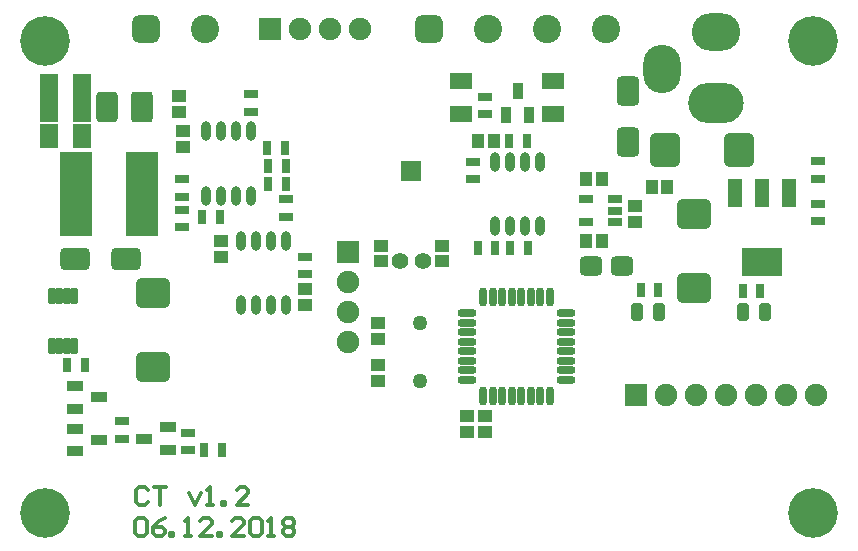
<source format=gts>
G04*
G04 #@! TF.GenerationSoftware,Altium Limited,Altium Designer,18.1.1 (9)*
G04*
G04 Layer_Color=8388736*
%FSLAX42Y42*%
%MOMM*%
G71*
G01*
G75*
%ADD40C,0.30*%
%ADD41O,0.75X1.60*%
%ADD42O,1.60X0.75*%
%ADD43R,3.45X2.35*%
%ADD44R,1.20X2.35*%
%ADD45R,1.20X0.80*%
%ADD46R,1.40X0.90*%
G04:AMPARAMS|DCode=47|XSize=1.42mm|YSize=0.65mm|CornerRadius=0.21mm|HoleSize=0mm|Usage=FLASHONLY|Rotation=270.000|XOffset=0mm|YOffset=0mm|HoleType=Round|Shape=RoundedRectangle|*
%AMROUNDEDRECTD47*
21,1,1.42,0.23,0,0,270.0*
21,1,1.00,0.65,0,0,270.0*
1,1,0.42,-0.11,-0.50*
1,1,0.42,-0.11,0.50*
1,1,0.42,0.11,0.50*
1,1,0.42,0.11,-0.50*
%
%ADD47ROUNDEDRECTD47*%
%ADD48O,0.80X1.65*%
%ADD49R,1.95X1.45*%
%ADD50R,1.15X0.80*%
%ADD51R,0.80X1.15*%
G04:AMPARAMS|DCode=52|XSize=1.06mm|YSize=1.55mm|CornerRadius=0.32mm|HoleSize=0mm|Usage=FLASHONLY|Rotation=0.000|XOffset=0mm|YOffset=0mm|HoleType=Round|Shape=RoundedRectangle|*
%AMROUNDEDRECTD52*
21,1,1.06,0.91,0,0,0.0*
21,1,0.42,1.55,0,0,0.0*
1,1,0.64,0.21,-0.46*
1,1,0.64,-0.21,-0.46*
1,1,0.64,-0.21,0.46*
1,1,0.64,0.21,0.46*
%
%ADD52ROUNDEDRECTD52*%
G04:AMPARAMS|DCode=53|XSize=2.47mm|YSize=1.85mm|CornerRadius=0.35mm|HoleSize=0mm|Usage=FLASHONLY|Rotation=180.000|XOffset=0mm|YOffset=0mm|HoleType=Round|Shape=RoundedRectangle|*
%AMROUNDEDRECTD53*
21,1,2.47,1.16,0,0,180.0*
21,1,1.78,1.85,0,0,180.0*
1,1,0.70,-0.89,0.58*
1,1,0.70,0.89,0.58*
1,1,0.70,0.89,-0.58*
1,1,0.70,-0.89,-0.58*
%
%ADD53ROUNDEDRECTD53*%
G04:AMPARAMS|DCode=54|XSize=2.47mm|YSize=1.85mm|CornerRadius=0.35mm|HoleSize=0mm|Usage=FLASHONLY|Rotation=270.000|XOffset=0mm|YOffset=0mm|HoleType=Round|Shape=RoundedRectangle|*
%AMROUNDEDRECTD54*
21,1,2.47,1.16,0,0,270.0*
21,1,1.78,1.85,0,0,270.0*
1,1,0.70,-0.58,-0.89*
1,1,0.70,-0.58,0.89*
1,1,0.70,0.58,0.89*
1,1,0.70,0.58,-0.89*
%
%ADD54ROUNDEDRECTD54*%
%ADD55R,1.50X2.00*%
%ADD56R,1.20X1.00*%
%ADD57R,1.00X1.20*%
%ADD58R,2.80X7.20*%
G04:AMPARAMS|DCode=59|XSize=2.46mm|YSize=2.82mm|CornerRadius=0.35mm|HoleSize=0mm|Usage=FLASHONLY|Rotation=0.000|XOffset=0mm|YOffset=0mm|HoleType=Round|Shape=RoundedRectangle|*
%AMROUNDEDRECTD59*
21,1,2.46,2.12,0,0,0.0*
21,1,1.76,2.82,0,0,0.0*
1,1,0.70,0.88,-1.06*
1,1,0.70,-0.88,-1.06*
1,1,0.70,-0.88,1.06*
1,1,0.70,0.88,1.06*
%
%ADD59ROUNDEDRECTD59*%
%ADD60R,0.90X1.40*%
G04:AMPARAMS|DCode=61|XSize=2.46mm|YSize=2.82mm|CornerRadius=0.35mm|HoleSize=0mm|Usage=FLASHONLY|Rotation=90.000|XOffset=0mm|YOffset=0mm|HoleType=Round|Shape=RoundedRectangle|*
%AMROUNDEDRECTD61*
21,1,2.46,2.12,0,0,90.0*
21,1,1.76,2.82,0,0,90.0*
1,1,0.70,1.06,0.88*
1,1,0.70,1.06,-0.88*
1,1,0.70,-1.06,-0.88*
1,1,0.70,-1.06,0.88*
%
%ADD61ROUNDEDRECTD61*%
G04:AMPARAMS|DCode=62|XSize=1.86mm|YSize=1.62mm|CornerRadius=0.35mm|HoleSize=0mm|Usage=FLASHONLY|Rotation=0.000|XOffset=0mm|YOffset=0mm|HoleType=Round|Shape=RoundedRectangle|*
%AMROUNDEDRECTD62*
21,1,1.86,0.92,0,0,0.0*
21,1,1.16,1.62,0,0,0.0*
1,1,0.70,0.58,-0.46*
1,1,0.70,-0.58,-0.46*
1,1,0.70,-0.58,0.46*
1,1,0.70,0.58,0.46*
%
%ADD62ROUNDEDRECTD62*%
%ADD63R,1.70X1.70*%
G04:AMPARAMS|DCode=64|XSize=1.86mm|YSize=2.62mm|CornerRadius=0.35mm|HoleSize=0mm|Usage=FLASHONLY|Rotation=0.000|XOffset=0mm|YOffset=0mm|HoleType=Round|Shape=RoundedRectangle|*
%AMROUNDEDRECTD64*
21,1,1.86,1.92,0,0,0.0*
21,1,1.16,2.62,0,0,0.0*
1,1,0.70,0.58,-0.96*
1,1,0.70,-0.58,-0.96*
1,1,0.70,-0.58,0.96*
1,1,0.70,0.58,0.96*
%
%ADD64ROUNDEDRECTD64*%
G04:AMPARAMS|DCode=65|XSize=1.86mm|YSize=2.6mm|CornerRadius=0.35mm|HoleSize=0mm|Usage=FLASHONLY|Rotation=180.000|XOffset=0mm|YOffset=0mm|HoleType=Round|Shape=RoundedRectangle|*
%AMROUNDEDRECTD65*
21,1,1.86,1.90,0,0,180.0*
21,1,1.16,2.60,0,0,180.0*
1,1,0.70,-0.58,0.95*
1,1,0.70,0.58,0.95*
1,1,0.70,0.58,-0.95*
1,1,0.70,-0.58,-0.95*
%
%ADD65ROUNDEDRECTD65*%
%ADD66C,1.26*%
%ADD67R,1.91X1.91*%
%ADD68C,1.91*%
%ADD69R,1.91X1.91*%
%ADD70O,4.10X3.20*%
%ADD71O,3.20X4.10*%
%ADD72O,4.70X3.40*%
%ADD73C,1.40*%
G04:AMPARAMS|DCode=74|XSize=2.4mm|YSize=2.4mm|CornerRadius=0.65mm|HoleSize=0mm|Usage=FLASHONLY|Rotation=0.000|XOffset=0mm|YOffset=0mm|HoleType=Round|Shape=RoundedRectangle|*
%AMROUNDEDRECTD74*
21,1,2.40,1.10,0,0,0.0*
21,1,1.10,2.40,0,0,0.0*
1,1,1.30,0.55,-0.55*
1,1,1.30,-0.55,-0.55*
1,1,1.30,-0.55,0.55*
1,1,1.30,0.55,0.55*
%
%ADD74ROUNDEDRECTD74*%
%ADD75C,2.40*%
%ADD76C,4.20*%
D40*
X1260Y435D02*
X1285Y460D01*
X1335D01*
X1360Y435D01*
Y335D01*
X1335Y310D01*
X1285D01*
X1260Y335D01*
Y435D01*
X1510Y460D02*
X1460Y435D01*
X1410Y385D01*
Y335D01*
X1435Y310D01*
X1485D01*
X1510Y335D01*
Y360D01*
X1485Y385D01*
X1410D01*
X1560Y310D02*
Y335D01*
X1585D01*
Y310D01*
X1560D01*
X1685D02*
X1735D01*
X1710D01*
Y460D01*
X1685Y435D01*
X1910Y310D02*
X1810D01*
X1910Y410D01*
Y435D01*
X1885Y460D01*
X1835D01*
X1810Y435D01*
X1960Y310D02*
Y335D01*
X1985D01*
Y310D01*
X1960D01*
X2185D02*
X2085D01*
X2185Y410D01*
Y435D01*
X2160Y460D01*
X2110D01*
X2085Y435D01*
X2235D02*
X2260Y460D01*
X2310D01*
X2335Y435D01*
Y335D01*
X2310Y310D01*
X2260D01*
X2235Y335D01*
Y435D01*
X2385Y310D02*
X2435D01*
X2410D01*
Y460D01*
X2385Y435D01*
X2510D02*
X2535Y460D01*
X2585D01*
X2610Y435D01*
Y410D01*
X2585Y385D01*
X2610Y360D01*
Y335D01*
X2585Y310D01*
X2535D01*
X2510Y335D01*
Y360D01*
X2535Y385D01*
X2510Y410D01*
Y435D01*
X2535Y385D02*
X2585D01*
X1370Y695D02*
X1345Y720D01*
X1295D01*
X1270Y695D01*
Y595D01*
X1295Y570D01*
X1345D01*
X1370Y595D01*
X1420Y720D02*
X1520D01*
X1470D01*
Y570D01*
X1720Y670D02*
X1770Y570D01*
X1820Y670D01*
X1870Y570D02*
X1920D01*
X1895D01*
Y720D01*
X1870Y695D01*
X1995Y570D02*
Y595D01*
X2020D01*
Y570D01*
X1995D01*
X2220D02*
X2120D01*
X2220Y670D01*
Y695D01*
X2195Y720D01*
X2145D01*
X2120Y695D01*
D41*
X4210Y2330D02*
D03*
X4290D02*
D03*
X4370D02*
D03*
X4450D02*
D03*
X4530D02*
D03*
X4610D02*
D03*
X4690D02*
D03*
X4770D02*
D03*
Y1490D02*
D03*
X4690D02*
D03*
X4610D02*
D03*
X4530D02*
D03*
X4450D02*
D03*
X4370D02*
D03*
X4290D02*
D03*
X4210D02*
D03*
D42*
X4910Y2190D02*
D03*
Y2110D02*
D03*
Y2030D02*
D03*
Y1950D02*
D03*
Y1870D02*
D03*
Y1790D02*
D03*
Y1710D02*
D03*
Y1630D02*
D03*
X4070D02*
D03*
Y1710D02*
D03*
Y1790D02*
D03*
Y1870D02*
D03*
Y1950D02*
D03*
Y2030D02*
D03*
Y2110D02*
D03*
Y2190D02*
D03*
D43*
X6570Y2627D02*
D03*
D44*
X6340Y3212D02*
D03*
X6570D02*
D03*
X6800D02*
D03*
D45*
X5320Y2965D02*
D03*
Y3060D02*
D03*
Y3155D02*
D03*
X5080D02*
D03*
Y2965D02*
D03*
D46*
X748Y1215D02*
D03*
Y1025D02*
D03*
X952Y1120D02*
D03*
X748Y1575D02*
D03*
Y1385D02*
D03*
X952Y1480D02*
D03*
X1542Y1035D02*
D03*
Y1225D02*
D03*
X1338Y1130D02*
D03*
D47*
X553Y1918D02*
D03*
X618D02*
D03*
X682D02*
D03*
X747D02*
D03*
Y2342D02*
D03*
X682D02*
D03*
X618D02*
D03*
X553D02*
D03*
D48*
X1859Y3188D02*
D03*
X1986D02*
D03*
X2114D02*
D03*
X2241D02*
D03*
X1859Y3733D02*
D03*
X1986D02*
D03*
X2114D02*
D03*
X2241D02*
D03*
X2159Y2258D02*
D03*
X2286D02*
D03*
X2414D02*
D03*
X2541D02*
D03*
X2159Y2802D02*
D03*
X2286D02*
D03*
X2414D02*
D03*
X2541D02*
D03*
X4310Y2927D02*
D03*
X4437D02*
D03*
X4563D02*
D03*
X4690D02*
D03*
X4310Y3472D02*
D03*
X4437D02*
D03*
X4563D02*
D03*
X4690D02*
D03*
D49*
X4800Y4155D02*
D03*
Y3875D02*
D03*
X4020Y4160D02*
D03*
Y3880D02*
D03*
D50*
X2240Y4045D02*
D03*
Y3895D02*
D03*
X2540Y3005D02*
D03*
Y3155D02*
D03*
X2700Y2520D02*
D03*
Y2670D02*
D03*
X1150Y1280D02*
D03*
Y1130D02*
D03*
X1710Y1180D02*
D03*
Y1030D02*
D03*
X1660Y3180D02*
D03*
Y3330D02*
D03*
Y2920D02*
D03*
Y3070D02*
D03*
X7040Y2970D02*
D03*
Y3120D02*
D03*
Y3330D02*
D03*
Y3480D02*
D03*
X4125Y3475D02*
D03*
Y3325D02*
D03*
X4220Y4025D02*
D03*
Y3875D02*
D03*
D51*
X2530Y3590D02*
D03*
X2380D02*
D03*
X2535Y3440D02*
D03*
X2385D02*
D03*
X835Y1750D02*
D03*
X685D02*
D03*
X1980Y3010D02*
D03*
X1830D02*
D03*
X2385Y3290D02*
D03*
X2535D02*
D03*
X1995Y1030D02*
D03*
X1845D02*
D03*
X5690Y2390D02*
D03*
X5540D02*
D03*
X6405Y2380D02*
D03*
X6555D02*
D03*
X4310Y2740D02*
D03*
X4160D02*
D03*
X4435D02*
D03*
X4585D02*
D03*
X4575Y3650D02*
D03*
X4425D02*
D03*
D52*
X5694Y2200D02*
D03*
X5506D02*
D03*
X6407D02*
D03*
X6593D02*
D03*
D53*
X753Y2650D02*
D03*
X1186D02*
D03*
D54*
X5430Y3644D02*
D03*
Y4076D02*
D03*
D55*
X530Y3690D02*
D03*
X810D02*
D03*
X530Y3910D02*
D03*
X810D02*
D03*
X530Y4120D02*
D03*
X810D02*
D03*
D56*
X1670Y3735D02*
D03*
Y3600D02*
D03*
X1630Y4028D02*
D03*
Y3892D02*
D03*
X1990Y2805D02*
D03*
Y2670D02*
D03*
X2700Y2260D02*
D03*
Y2395D02*
D03*
X5490Y3100D02*
D03*
Y2965D02*
D03*
X4070Y1190D02*
D03*
Y1325D02*
D03*
X4220Y1190D02*
D03*
Y1325D02*
D03*
X3320Y1620D02*
D03*
Y1755D02*
D03*
Y2108D02*
D03*
Y1973D02*
D03*
X3860Y2630D02*
D03*
Y2765D02*
D03*
X3340Y2630D02*
D03*
Y2765D02*
D03*
D57*
X5215Y3330D02*
D03*
X5080D02*
D03*
X5210Y2800D02*
D03*
X5075D02*
D03*
X4297Y3650D02*
D03*
X4162D02*
D03*
X5633Y3260D02*
D03*
X5767D02*
D03*
D58*
X757Y3200D02*
D03*
X1320D02*
D03*
D59*
X6372Y3570D02*
D03*
X5747D02*
D03*
D60*
X4500Y4075D02*
D03*
X4405Y3872D02*
D03*
X4595D02*
D03*
D61*
X5990Y3033D02*
D03*
Y2408D02*
D03*
X1410Y2365D02*
D03*
Y1740D02*
D03*
D62*
X5383Y2590D02*
D03*
X5117D02*
D03*
D63*
X3600Y3400D02*
D03*
D64*
X1318Y3940D02*
D03*
D65*
X1023D02*
D03*
D66*
X3670Y2108D02*
D03*
Y1620D02*
D03*
D67*
X5500Y1500D02*
D03*
X2400Y4600D02*
D03*
D68*
X5754Y1500D02*
D03*
X6008D02*
D03*
X6262D02*
D03*
X6516D02*
D03*
X6770D02*
D03*
X7024D02*
D03*
X3162Y4600D02*
D03*
X2908D02*
D03*
X2654D02*
D03*
X3060Y1950D02*
D03*
Y2204D02*
D03*
Y2458D02*
D03*
D69*
Y2712D02*
D03*
D70*
X6175Y4575D02*
D03*
D71*
X5725Y4260D02*
D03*
D72*
X6175Y3970D02*
D03*
D73*
X3700Y2630D02*
D03*
X3500D02*
D03*
D74*
X3750Y4600D02*
D03*
X1350D02*
D03*
D75*
X5250D02*
D03*
X4750D02*
D03*
X4250D02*
D03*
X1850D02*
D03*
D76*
X7000Y500D02*
D03*
X500D02*
D03*
X7000Y4500D02*
D03*
X500D02*
D03*
M02*

</source>
